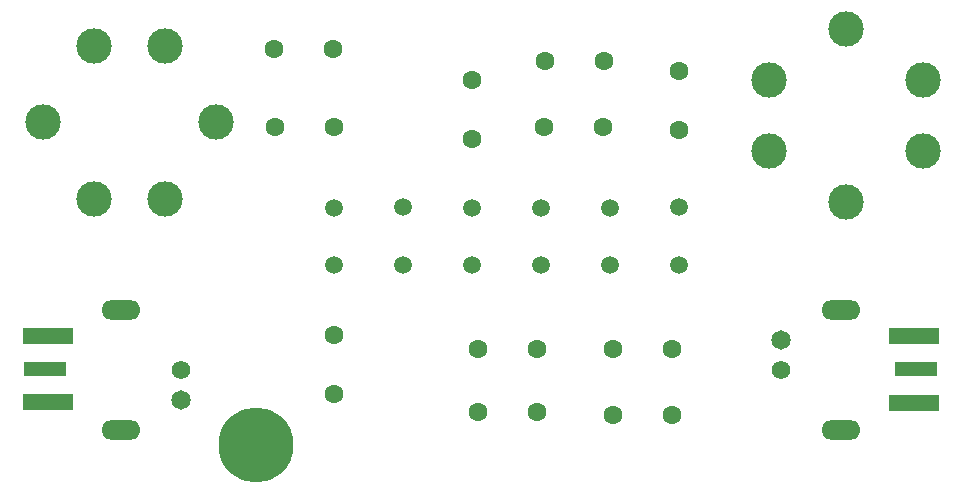
<source format=gts>
G04 #@! TF.GenerationSoftware,KiCad,Pcbnew,(5.1.10)-1*
G04 #@! TF.CreationDate,2021-09-28T15:37:17-04:00*
G04 #@! TF.ProjectId,SSB6,53534236-2e6b-4696-9361-645f70636258,1*
G04 #@! TF.SameCoordinates,PX8c7ecc0PY46649b0*
G04 #@! TF.FileFunction,Soldermask,Top*
G04 #@! TF.FilePolarity,Negative*
%FSLAX46Y46*%
G04 Gerber Fmt 4.6, Leading zero omitted, Abs format (unit mm)*
G04 Created by KiCad (PCBNEW (5.1.10)-1) date 2021-09-28 15:37:17*
%MOMM*%
%LPD*%
G01*
G04 APERTURE LIST*
%ADD10O,3.302000X1.651000*%
%ADD11C,1.651000*%
%ADD12C,1.574800*%
%ADD13R,3.600000X1.270000*%
%ADD14R,4.200000X1.350000*%
%ADD15C,6.350000*%
%ADD16C,1.600000*%
%ADD17C,1.500000*%
%ADD18C,3.000000*%
G04 APERTURE END LIST*
D10*
X-44430000Y-10020000D03*
X-44430000Y140000D03*
D11*
X-49510000Y-2400000D03*
D12*
X-49510000Y-4940000D03*
D10*
X-105390000Y140000D03*
X-105390000Y-10020000D03*
D11*
X-100310000Y-7480000D03*
D12*
X-100310000Y-4940000D03*
D13*
X-111813000Y-4889200D03*
D14*
X-111613000Y-7714200D03*
X-111613000Y-2064200D03*
D13*
X-38083200Y-4914600D03*
D14*
X-38283200Y-2089600D03*
X-38283200Y-7739600D03*
D15*
X-93960000Y-11290000D03*
D16*
X-92436000Y22238000D03*
X-87436000Y22238000D03*
X-92356000Y15634000D03*
X-87356000Y15634000D03*
X-87356000Y-6972000D03*
X-87356000Y-1972000D03*
X-75672000Y14618000D03*
X-75672000Y19618000D03*
X-70164000Y-3162000D03*
X-75164000Y-3162000D03*
X-70164000Y-8496000D03*
X-75164000Y-8496000D03*
X-64576000Y15634000D03*
X-69576000Y15634000D03*
X-64496000Y21222000D03*
X-69496000Y21222000D03*
X-63734000Y-8750000D03*
X-58734000Y-8750000D03*
X-63734000Y-3162000D03*
X-58734000Y-3162000D03*
X-58146000Y20380000D03*
X-58146000Y15380000D03*
D17*
X-87356000Y8776000D03*
X-87356000Y3896000D03*
X-75672000Y8776000D03*
X-75672000Y3896000D03*
X-69830000Y3896000D03*
X-69830000Y8776000D03*
X-63988000Y8776000D03*
X-63988000Y3896000D03*
X-58146000Y8830000D03*
X-58146000Y3950000D03*
X-81514000Y3950000D03*
X-81514000Y8830000D03*
D18*
X-97376000Y15992000D03*
X-111976000Y15992000D03*
X-101676000Y9492000D03*
X-101676000Y22492000D03*
X-107676000Y9492000D03*
X-107676000Y22492000D03*
X-50526000Y13602000D03*
X-37526000Y13602000D03*
X-50526000Y19602000D03*
X-37526000Y19602000D03*
X-44026000Y9302000D03*
X-44026000Y23902000D03*
M02*

</source>
